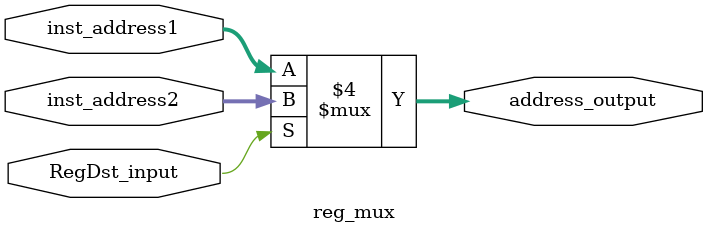
<source format=v>
module reg_mux(inst_address1, inst_address2, RegDst_input, address_output);


input [4:0] inst_address1;
input [4:0] inst_address2;
input RegDst_input;
output reg [4:0] address_output;

always @(*) begin
if (RegDst_input == 0)
   address_output = inst_address1;
else
  address_output = inst_address2;
end

endmodule

</source>
